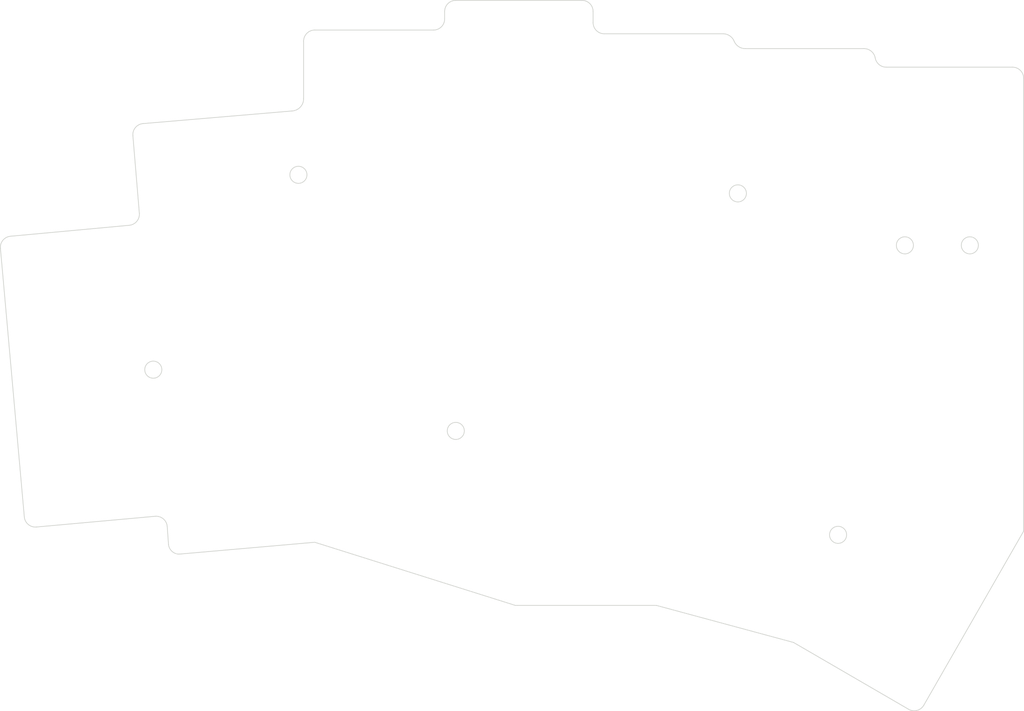
<source format=kicad_pcb>
(kicad_pcb (version 20211014) (generator pcbnew)
  (layers (0 "F.Cu" signal) (31 "B.Cu" signal) (34 "B.Paste" user) (35 "F.Paste" user) (36 "B.SilkS" user "B.Silkscreen") (37 "F.SilkS" user "F.Silkscreen") (38 "B.Mask" user) (39 "F.Mask" user) (44 "Edge.Cuts" user))
  (net 0 "")
  (footprint "pica:thread_m2_hole" (layer "F.Cu") (at 215.25 86.5)
    (fp_text reference "H7" hide)
    (fp_text value "MountingHole" hide)
    (fp_circle (center 0 0) (end 1.15 0) (layer "Edge.Cuts") (width 0.1) (fill none))
  )
  (footprint "pica:thread_m2_hole" (layer "F.Cu") (at 105.25 103.25 5)
    (fp_text reference "H3" hide)
    (fp_text value "MountingHole" hide)
    (fp_circle (center 0 0) (end 1.15 0) (layer "Edge.Cuts") (width 0.1) (fill none))
  )
  (footprint "pica:thread_m2_hole" (layer "F.Cu") (at 124.8 77)
    (fp_text reference "H1" hide)
    (fp_text value "MountingHole" hide)
    (fp_circle (center 0 0) (end 1.15 0) (layer "Edge.Cuts") (width 0.1) (fill none))
  )
  (footprint "pica:thread_m2_hole" (layer "F.Cu") (at 184 79.5)
    (fp_text reference "H5" hide)
    (fp_text value "MountingHole" hide)
    (fp_circle (center 0 0) (end 1.15 0) (layer "Edge.Cuts") (width 0.1) (fill none))
  )
  (footprint "pica:thread_m2_hole" (layer "F.Cu") (at 206.5 86.5)
    (fp_text reference "H6" hide)
    (fp_text value "MountingHole" hide)
    (fp_circle (center 0 0) (end 1.15 0) (layer "Edge.Cuts") (width 0.1) (fill none))
  )
  (footprint "pica:thread_m2_hole" (layer "F.Cu") (at 146 111.5)
    (fp_text reference "H4" hide)
    (fp_text value "MountingHole" hide)
    (fp_circle (center 0 0) (end 1.15 0) (layer "Edge.Cuts") (width 0.1) (fill none))
  )
  (footprint "pica:thread_m2_hole" (layer "F.Cu") (at 197.5 125.5)
    (fp_text reference "H2" hide)
    (fp_text value "MountingHole" hide)
    (fp_circle (center 0 0) (end 1.15 0) (layer "Edge.Cuts") (width 0.1) (fill none))
  )
  (gr_line (start 127 126.5) (end 154 135) (layer "Edge.Cuts") (width 0.1))
  (gr_arc (start 166 58) (mid 164.939348 57.560652) (end 164.5 56.5) (layer "Edge.Cuts") (width 0.1))
  (gr_line (start 166 58) (end 182 58) (layer "Edge.Cuts") (width 0.1))
  (gr_line (start 108.7 128.1) (end 127 126.5) (layer "Edge.Cuts") (width 0.1))
  (gr_line (start 102.006854 83.799377) (end 86.018333 85.274974) (layer "Edge.Cuts") (width 0.1))
  (gr_line (start 185 60) (end 201 60) (layer "Edge.Cuts") (width 0.1))
  (gr_arc (start 105.5 123) (mid 106.594906 123.345235) (end 107.125026 124.363557) (layer "Edge.Cuts") (width 0.1))
  (gr_line (start 123.925797 68.400232) (end 103.863558 70.099769) (layer "Edge.Cuts") (width 0.1))
  (gr_arc (start 201 60) (mid 201.976288 60.353455) (end 202.5 61.25) (layer "Edge.Cuts") (width 0.1))
  (gr_arc (start 103.370412 82.174352) (mid 103.025203 83.26928) (end 102.006854 83.799377) (layer "Edge.Cuts") (width 0.1))
  (gr_arc (start 125.5 66.75) (mid 125.043339 67.890333) (end 123.925797 68.400232) (layer "Edge.Cuts") (width 0.1))
  (gr_arc (start 108.7 128.1) (mid 107.757328 127.711339) (end 107.3 126.8) (layer "Edge.Cuts") (width 0.1))
  (gr_line (start 173 135) (end 191.5 140) (layer "Edge.Cuts") (width 0.1))
  (gr_line (start 163 53.5) (end 146 53.5) (layer "Edge.Cuts") (width 0.1))
  (gr_arc (start 163 53.5) (mid 164.060668 53.939332) (end 164.5 55) (layer "Edge.Cuts") (width 0.1))
  (gr_line (start 221 62.5) (end 204 62.5) (layer "Edge.Cuts") (width 0.1))
  (gr_arc (start 204 62.5) (mid 203.023725 62.14653) (end 202.5 61.25) (layer "Edge.Cuts") (width 0.1))
  (gr_arc (start 209.049038 148.450962) (mid 208.138238 149.149885) (end 207 149) (layer "Edge.Cuts") (width 0.1))
  (gr_arc (start 102.5 71.724794) (mid 102.845251 70.629901) (end 103.863558 70.099769) (layer "Edge.Cuts") (width 0.1))
  (gr_line (start 89.5 124.445189) (end 105.5 123) (layer "Edge.Cuts") (width 0.1))
  (gr_line (start 107.125026 124.363557) (end 107.3 126.8) (layer "Edge.Cuts") (width 0.1))
  (gr_line (start 102.5 71.724794) (end 103.370412 82.174352) (layer "Edge.Cuts") (width 0.1))
  (gr_arc (start 89.5 124.445189) (mid 88.405062 124.099994) (end 87.874978 123.081632) (layer "Edge.Cuts") (width 0.1))
  (gr_line (start 209.049038 148.450962) (end 222.5 125) (layer "Edge.Cuts") (width 0.1))
  (gr_line (start 222.5 64) (end 222.5 125) (layer "Edge.Cuts") (width 0.1))
  (gr_arc (start 221 62.5) (mid 222.06069 62.939322) (end 222.5 64) (layer "Edge.Cuts") (width 0.1))
  (gr_line (start 144.5 55) (end 144.5 56) (layer "Edge.Cuts") (width 0.1))
  (gr_arc (start 185 60) (mid 184.098616 59.727076) (end 183.5 59) (layer "Edge.Cuts") (width 0.1))
  (gr_arc (start 182 58) (mid 182.901392 58.272913) (end 183.5 59) (layer "Edge.Cuts") (width 0.1))
  (gr_arc (start 144.5 56) (mid 144.06068 57.06068) (end 143 57.5) (layer "Edge.Cuts") (width 0.1))
  (gr_line (start 164.5 56.5) (end 164.5 55) (layer "Edge.Cuts") (width 0.1))
  (gr_line (start 207 149) (end 191.5 140) (layer "Edge.Cuts") (width 0.1))
  (gr_arc (start 144.5 55) (mid 144.93936 53.93936) (end 146 53.5) (layer "Edge.Cuts") (width 0.1))
  (gr_line (start 173 135) (end 154 135) (layer "Edge.Cuts") (width 0.1))
  (gr_line (start 84.654775 86.9) (end 87.874978 123.081632) (layer "Edge.Cuts") (width 0.1))
  (gr_line (start 125.5 59) (end 125.5 66.75) (layer "Edge.Cuts") (width 0.1))
  (gr_arc (start 84.654775 86.9) (mid 85.000036 85.805115) (end 86.018333 85.274974) (layer "Edge.Cuts") (width 0.1))
  (gr_line (start 127 57.5) (end 143 57.5) (layer "Edge.Cuts") (width 0.1))
  (gr_arc (start 125.5 59) (mid 125.93936 57.93936) (end 127 57.5) (layer "Edge.Cuts") (width 0.1))
)
</source>
